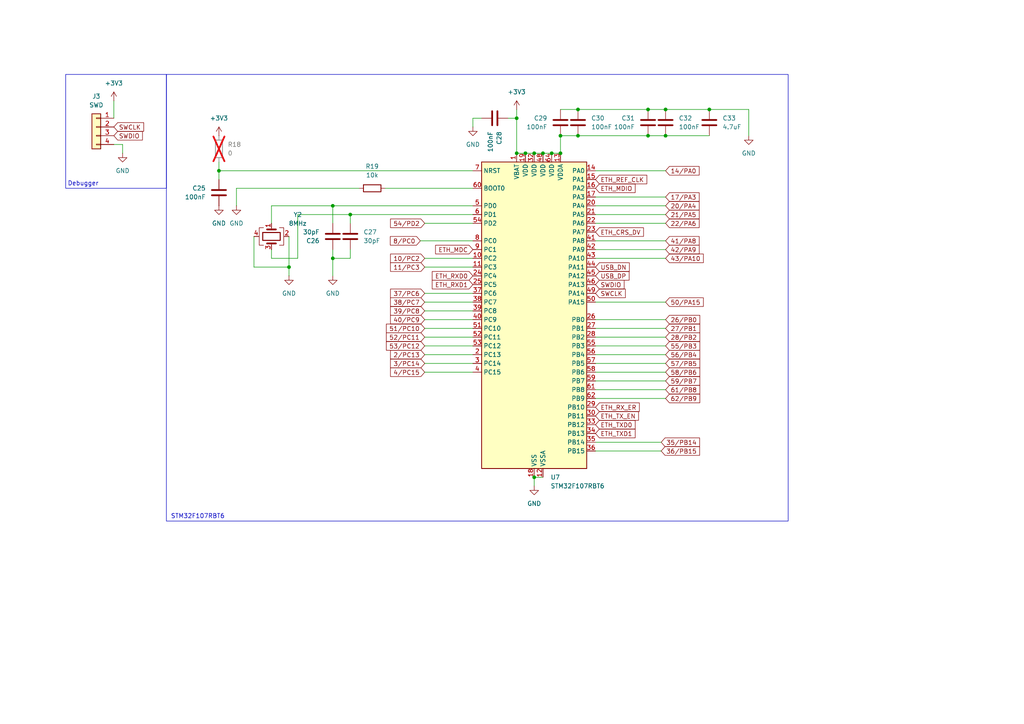
<source format=kicad_sch>
(kicad_sch (version 20231120) (generator "eeschema") (generator_version "8.0")
  (paper "A4")
  (lib_symbols
    (symbol "Connector_Generic:Conn_01x04" (pin_names (offset 1.016) hide)
      (property "Reference" "J" (at 0 5.08 0))
      (property "Value" "Conn_01x04" (at 0 -7.62 0))
      (symbol "Conn_01x04_1_1"
        (rectangle (start -1.27 -4.953) (end 0 -5.207) (stroke (width 0.1524)))
        (rectangle (start -1.27 -2.413) (end 0 -2.667) (stroke (width 0.1524)))
        (rectangle (start -1.27 0.127) (end 0 -0.127) (stroke (width 0.1524)))
        (rectangle (start -1.27 2.667) (end 0 2.413) (stroke (width 0.1524)))
        (rectangle (start -1.27 3.81) (end 1.27 -6.35) (stroke (width 0.254)) (fill (type background)))
        (pin passive line (at -5.08 2.54 0) (length 3.81) (name "Pin_1") (number "1"))
        (pin passive line (at -5.08 0 0) (length 3.81) (name "Pin_2") (number "2"))
        (pin passive line (at -5.08 -2.54 0) (length 3.81) (name "Pin_3") (number "3"))
        (pin passive line (at -5.08 -5.08 0) (length 3.81) (name "Pin_4") (number "4"))
      )
    )
    (symbol "Device:C" (pin_numbers hide) (pin_names (offset 0.254))
      (property "Reference" "C" (at 0.635 2.54 0))
      (property "Value" "C" (at 0.635 -2.54 0))
      (symbol "C_0_1"
        (polyline (pts (xy -2.032 -0.762) (xy 2.032 -0.762)) (stroke (width 0.508)))
        (polyline (pts (xy -2.032 0.762) (xy 2.032 0.762)) (stroke (width 0.508)))
      )
      (symbol "C_1_1"
        (pin passive line (at 0 3.81 270) (length 2.794) (name "~") (number "1"))
        (pin passive line (at 0 -3.81 90) (length 2.794) (name "~") (number "2"))
      )
    )
    (symbol "Device:Crystal_GND24" (pin_names (offset 1.016) hide)
      (property "Reference" "Y" (at 3.175 5.08 0))
      (property "Value" "Crystal_GND24" (at 3.175 3.175 0))
      (symbol "Crystal_GND24_0_1"
        (rectangle (start -1.143 2.54) (end 1.143 -2.54) (stroke (width 0.3048)))
        (polyline (pts (xy -2.54 0) (xy -2.032 0)))
        (polyline (pts (xy -2.032 -1.27) (xy -2.032 1.27)) (stroke (width 0.508)))
        (polyline (pts (xy 0 -3.81) (xy 0 -3.556)))
        (polyline (pts (xy 0 3.556) (xy 0 3.81)))
        (polyline (pts (xy 2.032 -1.27) (xy 2.032 1.27)) (stroke (width 0.508)))
        (polyline (pts (xy 2.032 0) (xy 2.54 0)))
        (polyline (pts (xy -2.54 -2.286) (xy -2.54 -3.556) (xy 2.54 -3.556) (xy 2.54 -2.286)))
        (polyline (pts (xy -2.54 2.286) (xy -2.54 3.556) (xy 2.54 3.556) (xy 2.54 2.286)))
      )
      (symbol "Crystal_GND24_1_1"
        (pin passive line (at -3.81 0 0) (length 1.27) (name "1") (number "1"))
        (pin passive line (at 0 5.08 270) (length 1.27) (name "2") (number "2"))
        (pin passive line (at 3.81 0 180) (length 1.27) (name "3") (number "3"))
        (pin passive line (at 0 -5.08 90) (length 1.27) (name "4") (number "4"))
      )
    )
    (symbol "Device:R" (pin_numbers hide) (pin_names (offset 0))
      (property "Reference" "R" (at 2.032 0 90))
      (property "Value" "R" (at 0 0 90))
      (symbol "R_0_1"
        (rectangle (start -1.016 -2.54) (end 1.016 2.54) (stroke (width 0.254)))
      )
      (symbol "R_1_1"
        (pin passive line (at 0 3.81 270) (length 1.27) (name "~") (number "1"))
        (pin passive line (at 0 -3.81 90) (length 1.27) (name "~") (number "2"))
      )
    )
    (symbol "MCU_ST_STM32F1:STM32F107RBTx"
      (property "Reference" "U" (at -15.24 46.99 0))
      (property "Value" "STM32F107RBTx" (at 10.16 46.99 0))
      (symbol "STM32F107RBTx_0_1"
        (rectangle (start -15.24 -43.18) (end 15.24 45.72) (stroke (width 0.254)) (fill (type background)))
      )
      (symbol "STM32F107RBTx_1_1"
        (pin power_in line (at -5.08 48.26 270) (length 2.54) (name "VBAT") (number "1"))
        (pin bidirectional line (at -17.78 17.78 0) (length 2.54) (name "PC2") (number "10"))
        (pin bidirectional line (at -17.78 15.24 0) (length 2.54) (name "PC3") (number "11"))
        (pin power_in line (at 2.54 -45.72 90) (length 2.54) (name "VSSA") (number "12"))
        (pin power_in line (at 7.62 48.26 270) (length 2.54) (name "VDDA") (number "13"))
        (pin bidirectional line (at 17.78 43.18 180) (length 2.54) (name "PA0") (number "14"))
        (pin bidirectional line (at 17.78 40.64 180) (length 2.54) (name "PA1") (number "15"))
        (pin bidirectional line (at 17.78 38.1 180) (length 2.54) (name "PA2") (number "16"))
        (pin bidirectional line (at 17.78 35.56 180) (length 2.54) (name "PA3") (number "17"))
        (pin power_in line (at 0 -45.72 90) (length 2.54) (name "VSS") (number "18"))
        (pin power_in line (at -2.54 48.26 270) (length 2.54) (name "VDD") (number "19"))
        (pin bidirectional line (at -17.78 -10.16 0) (length 2.54) (name "PC13") (number "2"))
        (pin bidirectional line (at 17.78 33.02 180) (length 2.54) (name "PA4") (number "20"))
        (pin bidirectional line (at 17.78 30.48 180) (length 2.54) (name "PA5") (number "21"))
        (pin bidirectional line (at 17.78 27.94 180) (length 2.54) (name "PA6") (number "22"))
        (pin bidirectional line (at 17.78 25.4 180) (length 2.54) (name "PA7") (number "23"))
        (pin bidirectional line (at -17.78 12.7 0) (length 2.54) (name "PC4") (number "24"))
        (pin bidirectional line (at -17.78 10.16 0) (length 2.54) (name "PC5") (number "25"))
        (pin bidirectional line (at 17.78 0 180) (length 2.54) (name "PB0") (number "26"))
        (pin bidirectional line (at 17.78 -2.54 180) (length 2.54) (name "PB1") (number "27"))
        (pin bidirectional line (at 17.78 -5.08 180) (length 2.54) (name "PB2") (number "28"))
        (pin bidirectional line (at 17.78 -25.4 180) (length 2.54) (name "PB10") (number "29"))
        (pin bidirectional line (at -17.78 -12.7 0) (length 2.54) (name "PC14") (number "3"))
        (pin bidirectional line (at 17.78 -27.94 180) (length 2.54) (name "PB11") (number "30"))
        (pin passive line (at 0 -45.72 90) (length 2.54) hide (name "VSS") (number "31"))
        (pin power_in line (at 0 48.26 270) (length 2.54) (name "VDD") (number "32"))
        (pin bidirectional line (at 17.78 -30.48 180) (length 2.54) (name "PB12") (number "33"))
        (pin bidirectional line (at 17.78 -33.02 180) (length 2.54) (name "PB13") (number "34"))
        (pin bidirectional line (at 17.78 -35.56 180) (length 2.54) (name "PB14") (number "35"))
        (pin bidirectional line (at 17.78 -38.1 180) (length 2.54) (name "PB15") (number "36"))
        (pin bidirectional line (at -17.78 7.62 0) (length 2.54) (name "PC6") (number "37"))
        (pin bidirectional line (at -17.78 5.08 0) (length 2.54) (name "PC7") (number "38"))
        (pin bidirectional line (at -17.78 2.54 0) (length 2.54) (name "PC8") (number "39"))
        (pin bidirectional line (at -17.78 -15.24 0) (length 2.54) (name "PC15") (number "4"))
        (pin bidirectional line (at -17.78 0 0) (length 2.54) (name "PC9") (number "40"))
        (pin bidirectional line (at 17.78 22.86 180) (length 2.54) (name "PA8") (number "41"))
        (pin bidirectional line (at 17.78 20.32 180) (length 2.54) (name "PA9") (number "42"))
        (pin bidirectional line (at 17.78 17.78 180) (length 2.54) (name "PA10") (number "43"))
        (pin bidirectional line (at 17.78 15.24 180) (length 2.54) (name "PA11") (number "44"))
        (pin bidirectional line (at 17.78 12.7 180) (length 2.54) (name "PA12") (number "45"))
        (pin bidirectional line (at 17.78 10.16 180) (length 2.54) (name "PA13") (number "46"))
        (pin passive line (at 0 -45.72 90) (length 2.54) hide (name "VSS") (number "47"))
        (pin power_in line (at 2.54 48.26 270) (length 2.54) (name "VDD") (number "48"))
        (pin bidirectional line (at 17.78 7.62 180) (length 2.54) (name "PA14") (number "49"))
        (pin bidirectional line (at -17.78 33.02 0) (length 2.54) (name "PD0") (number "5"))
        (pin bidirectional line (at 17.78 5.08 180) (length 2.54) (name "PA15") (number "50"))
        (pin bidirectional line (at -17.78 -2.54 0) (length 2.54) (name "PC10") (number "51"))
        (pin bidirectional line (at -17.78 -5.08 0) (length 2.54) (name "PC11") (number "52"))
        (pin bidirectional line (at -17.78 -7.62 0) (length 2.54) (name "PC12") (number "53"))
        (pin bidirectional line (at -17.78 27.94 0) (length 2.54) (name "PD2") (number "54"))
        (pin bidirectional line (at 17.78 -7.62 180) (length 2.54) (name "PB3") (number "55"))
        (pin bidirectional line (at 17.78 -10.16 180) (length 2.54) (name "PB4") (number "56"))
        (pin bidirectional line (at 17.78 -12.7 180) (length 2.54) (name "PB5") (number "57"))
        (pin bidirectional line (at 17.78 -15.24 180) (length 2.54) (name "PB6") (number "58"))
        (pin bidirectional line (at 17.78 -17.78 180) (length 2.54) (name "PB7") (number "59"))
        (pin bidirectional line (at -17.78 30.48 0) (length 2.54) (name "PD1") (number "6"))
        (pin input line (at -17.78 38.1 0) (length 2.54) (name "BOOT0") (number "60"))
        (pin bidirectional line (at 17.78 -20.32 180) (length 2.54) (name "PB8") (number "61"))
        (pin bidirectional line (at 17.78 -22.86 180) (length 2.54) (name "PB9") (number "62"))
        (pin passive line (at 0 -45.72 90) (length 2.54) hide (name "VSS") (number "63"))
        (pin power_in line (at 5.08 48.26 270) (length 2.54) (name "VDD") (number "64"))
        (pin input line (at -17.78 43.18 0) (length 2.54) (name "NRST") (number "7"))
        (pin bidirectional line (at -17.78 22.86 0) (length 2.54) (name "PC0") (number "8"))
        (pin bidirectional line (at -17.78 20.32 0) (length 2.54) (name "PC1") (number "9"))
      )
    )
    (symbol "power:+3V3" (power) (pin_numbers hide) (pin_names (offset 0) hide)
      (property "Value" "+3V3" (at 0 3.556 0))
      (symbol "+3V3_0_1"
        (polyline (pts (xy -0.762 1.27) (xy 0 2.54)))
        (polyline (pts (xy 0 0) (xy 0 2.54)))
        (polyline (pts (xy 0 2.54) (xy 0.762 1.27)))
      )
      (symbol "+3V3_1_1"
        (pin power_in line (at 0 0 90) (length 0) (name "~") (number "1"))
      )
    )
    (symbol "power:GND" (power) (pin_numbers hide) (pin_names (offset 0) hide)
      (property "Value" "GND" (at 0 -3.81 0))
      (symbol "GND_0_1"
        (polyline (pts (xy 0 0) (xy 0 -1.27) (xy 1.27 -1.27) (xy 0 -2.54) (xy -1.27 -1.27) (xy 0 -1.27)))
      )
      (symbol "GND_1_1"
        (pin power_in line (at 0 0 270) (length 0) (name "~") (number "1"))
      )
    )
  )
  (junction (at 152.4 44.45))
  (junction (at 63.5 49.53))
  (junction (at 167.64 31.75))
  (junction (at 167.64 39.37))
  (junction (at 157.48 44.45))
  (junction (at 149.86 44.45))
  (junction (at 101.6 62.23))
  (junction (at 83.82 77.47))
  (junction (at 154.94 44.45))
  (junction (at 205.74 31.75))
  (junction (at 187.96 39.37))
  (junction (at 96.52 74.93))
  (junction (at 187.96 31.75))
  (junction (at 160.02 44.45))
  (junction (at 193.04 31.75))
  (junction (at 154.94 138.43))
  (junction (at 149.86 34.29))
  (junction (at 96.52 59.69))
  (junction (at 162.56 39.37))
  (junction (at 162.56 44.45))
  (junction (at 193.04 39.37))
  (wire (pts (xy 147.32 34.29) (xy 149.86 34.29)))
  (wire (pts (xy 193.04 115.57) (xy 172.72 115.57)))
  (wire (pts (xy 193.04 107.95) (xy 172.72 107.95)))
  (wire (pts (xy 193.04 87.63) (xy 172.72 87.63)))
  (wire (pts (xy 86.36 62.23) (xy 86.36 74.93)))
  (wire (pts (xy 123.19 64.77) (xy 137.16 64.77)))
  (wire (pts (xy 123.19 85.09) (xy 137.16 85.09)))
  (wire (pts (xy 123.19 105.41) (xy 137.16 105.41)))
  (wire (pts (xy 162.56 31.75) (xy 167.64 31.75)))
  (wire (pts (xy 121.92 69.85) (xy 137.16 69.85)))
  (wire (pts (xy 191.77 128.27) (xy 172.72 128.27)))
  (wire (pts (xy 86.36 74.93) (xy 78.74 74.93)))
  (wire (pts (xy 162.56 39.37) (xy 162.56 44.45)))
  (wire (pts (xy 78.74 59.69) (xy 78.74 64.77)))
  (wire (pts (xy 137.16 36.83) (xy 137.16 34.29)))
  (wire (pts (xy 193.04 100.33) (xy 172.72 100.33)))
  (wire (pts (xy 86.36 62.23) (xy 101.6 62.23)))
  (wire (pts (xy 63.5 52.07) (xy 63.5 49.53)))
  (wire (pts (xy 193.04 64.77) (xy 172.72 64.77)))
  (wire (pts (xy 68.58 59.69) (xy 68.58 54.61)))
  (wire (pts (xy 123.19 77.47) (xy 137.16 77.47)))
  (wire (pts (xy 33.02 29.21) (xy 33.02 34.29)))
  (wire (pts (xy 63.5 49.53) (xy 137.16 49.53)))
  (wire (pts (xy 191.77 130.81) (xy 172.72 130.81)))
  (wire (pts (xy 83.82 77.47) (xy 83.82 80.01)))
  (wire (pts (xy 101.6 62.23) (xy 101.6 64.77)))
  (wire (pts (xy 123.19 97.79) (xy 137.16 97.79)))
  (wire (pts (xy 137.16 34.29) (xy 139.7 34.29)))
  (wire (pts (xy 162.56 39.37) (xy 167.64 39.37)))
  (wire (pts (xy 101.6 62.23) (xy 137.16 62.23)))
  (wire (pts (xy 193.04 97.79) (xy 172.72 97.79)))
  (wire (pts (xy 35.56 41.91) (xy 35.56 44.45)))
  (wire (pts (xy 149.86 44.45) (xy 152.4 44.45)))
  (wire (pts (xy 96.52 59.69) (xy 137.16 59.69)))
  (wire (pts (xy 193.04 95.25) (xy 172.72 95.25)))
  (wire (pts (xy 193.04 59.69) (xy 172.72 59.69)))
  (wire (pts (xy 187.96 39.37) (xy 193.04 39.37)))
  (wire (pts (xy 123.19 95.25) (xy 137.16 95.25)))
  (wire (pts (xy 193.04 113.03) (xy 172.72 113.03)))
  (wire (pts (xy 193.04 49.53) (xy 172.72 49.53)))
  (wire (pts (xy 96.52 74.93) (xy 101.6 74.93)))
  (wire (pts (xy 167.64 31.75) (xy 187.96 31.75)))
  (wire (pts (xy 123.19 92.71) (xy 137.16 92.71)))
  (wire (pts (xy 123.19 107.95) (xy 137.16 107.95)))
  (wire (pts (xy 123.19 90.17) (xy 137.16 90.17)))
  (wire (pts (xy 152.4 44.45) (xy 154.94 44.45)))
  (wire (pts (xy 193.04 57.15) (xy 172.72 57.15)))
  (wire (pts (xy 63.5 46.99) (xy 63.5 49.53)))
  (wire (pts (xy 96.52 72.39) (xy 96.52 74.93)))
  (wire (pts (xy 193.04 74.93) (xy 172.72 74.93)))
  (wire (pts (xy 73.66 77.47) (xy 83.82 77.47)))
  (wire (pts (xy 123.19 102.87) (xy 137.16 102.87)))
  (wire (pts (xy 193.04 39.37) (xy 205.74 39.37)))
  (wire (pts (xy 193.04 92.71) (xy 172.72 92.71)))
  (wire (pts (xy 154.94 138.43) (xy 157.48 138.43)))
  (wire (pts (xy 96.52 74.93) (xy 96.52 80.01)))
  (wire (pts (xy 78.74 59.69) (xy 96.52 59.69)))
  (wire (pts (xy 111.76 54.61) (xy 137.16 54.61)))
  (wire (pts (xy 205.74 31.75) (xy 217.17 31.75)))
  (wire (pts (xy 123.19 100.33) (xy 137.16 100.33)))
  (wire (pts (xy 83.82 68.58) (xy 83.82 77.47)))
  (wire (pts (xy 193.04 69.85) (xy 172.72 69.85)))
  (wire (pts (xy 154.94 44.45) (xy 157.48 44.45)))
  (wire (pts (xy 68.58 54.61) (xy 104.14 54.61)))
  (wire (pts (xy 160.02 44.45) (xy 162.56 44.45)))
  (wire (pts (xy 193.04 72.39) (xy 172.72 72.39)))
  (wire (pts (xy 35.56 41.91) (xy 33.02 41.91)))
  (wire (pts (xy 167.64 39.37) (xy 187.96 39.37)))
  (wire (pts (xy 193.04 110.49) (xy 172.72 110.49)))
  (wire (pts (xy 193.04 62.23) (xy 172.72 62.23)))
  (wire (pts (xy 193.04 31.75) (xy 205.74 31.75)))
  (wire (pts (xy 217.17 39.37) (xy 217.17 31.75)))
  (wire (pts (xy 149.86 31.75) (xy 149.86 34.29)))
  (wire (pts (xy 73.66 68.58) (xy 73.66 77.47)))
  (wire (pts (xy 193.04 105.41) (xy 172.72 105.41)))
  (wire (pts (xy 157.48 44.45) (xy 160.02 44.45)))
  (wire (pts (xy 123.19 74.93) (xy 137.16 74.93)))
  (wire (pts (xy 187.96 31.75) (xy 193.04 31.75)))
  (wire (pts (xy 154.94 138.43) (xy 154.94 140.97)))
  (wire (pts (xy 149.86 34.29) (xy 149.86 44.45)))
  (wire (pts (xy 96.52 59.69) (xy 96.52 64.77)))
  (wire (pts (xy 193.04 102.87) (xy 172.72 102.87)))
  (wire (pts (xy 101.6 74.93) (xy 101.6 72.39)))
  (wire (pts (xy 78.74 74.93) (xy 78.74 72.39)))
  (wire (pts (xy 123.19 87.63) (xy 137.16 87.63)))
  (rectangle (start 19.05 21.59) (end 48.26 54.61))
  (rectangle (start 48.26 21.59) (end 228.6 151.13))
  (text "STM32F107RBT6" (at 49.53 149.86 0) (effects (font (size 1.27 1.27)) (justify left)))
  (text "Debugger" (at 24.13 53.34 0) (effects (font (size 1.27 1.27))))
  (global_label "11{slash}PC3" (shape input) (at 123.19 77.47 180) (property "Intersheetrefs" "${INTERSHEET_REFS}" (effects (hide yes))))
  (global_label "28{slash}PB2" (shape input) (at 193.04 97.79 0) (property "Intersheetrefs" "${INTERSHEET_REFS}" (effects (hide yes))))
  (global_label "SWCLK" (shape input) (at 33.02 36.83 0) (property "Intersheetrefs" "${INTERSHEET_REFS}" (effects (hide yes))))
  (global_label "35{slash}PB14" (shape input) (at 191.77 128.27 0) (property "Intersheetrefs" "${INTERSHEET_REFS}" (effects (hide yes))))
  (global_label "56{slash}PB4" (shape input) (at 193.04 102.87 0) (property "Intersheetrefs" "${INTERSHEET_REFS}" (effects (hide yes))))
  (global_label "27{slash}PB1" (shape input) (at 193.04 95.25 0) (property "Intersheetrefs" "${INTERSHEET_REFS}" (effects (hide yes))))
  (global_label "36{slash}PB15" (shape input) (at 191.77 130.81 0) (property "Intersheetrefs" "${INTERSHEET_REFS}" (effects (hide yes))))
  (global_label "ETH_RXD0" (shape input) (at 137.16 80.01 180) (property "Intersheetrefs" "${INTERSHEET_REFS}" (effects (hide yes))))
  (global_label "38{slash}PC7" (shape input) (at 123.19 87.63 180) (property "Intersheetrefs" "${INTERSHEET_REFS}" (effects (hide yes))))
  (global_label "ETH_MDC" (shape input) (at 137.16 72.39 180) (property "Intersheetrefs" "${INTERSHEET_REFS}" (effects (hide yes))))
  (global_label "26{slash}PB0" (shape input) (at 193.04 92.71 0) (property "Intersheetrefs" "${INTERSHEET_REFS}" (effects (hide yes))))
  (global_label "SWCLK" (shape input) (at 172.72 85.09 0) (property "Intersheetrefs" "${INTERSHEET_REFS}" (effects (hide yes))))
  (global_label "USB_DN" (shape input) (at 172.72 77.47 0) (property "Intersheetrefs" "${INTERSHEET_REFS}" (effects (hide yes))))
  (global_label "41{slash}PA8" (shape input) (at 193.04 69.85 0) (property "Intersheetrefs" "${INTERSHEET_REFS}" (effects (hide yes))))
  (global_label "17{slash}PA3" (shape input) (at 193.04 57.15 0) (property "Intersheetrefs" "${INTERSHEET_REFS}" (effects (hide yes))))
  (global_label "42{slash}PA9" (shape input) (at 193.04 72.39 0) (property "Intersheetrefs" "${INTERSHEET_REFS}" (effects (hide yes))))
  (global_label "59{slash}PB7" (shape input) (at 193.04 110.49 0) (property "Intersheetrefs" "${INTERSHEET_REFS}" (effects (hide yes))))
  (global_label "SWDIO" (shape input) (at 172.72 82.55 0) (property "Intersheetrefs" "${INTERSHEET_REFS}" (effects (hide yes))))
  (global_label "40{slash}PC9" (shape input) (at 123.19 92.71 180) (property "Intersheetrefs" "${INTERSHEET_REFS}" (effects (hide yes))))
  (global_label "10{slash}PC2" (shape input) (at 123.19 74.93 180) (property "Intersheetrefs" "${INTERSHEET_REFS}" (effects (hide yes))))
  (global_label "ETH_TXD0" (shape input) (at 172.72 123.19 0) (property "Intersheetrefs" "${INTERSHEET_REFS}" (effects (hide yes))))
  (global_label "52{slash}PC11" (shape input) (at 123.19 97.79 180) (property "Intersheetrefs" "${INTERSHEET_REFS}" (effects (hide yes))))
  (global_label "39{slash}PC8" (shape input) (at 123.19 90.17 180) (property "Intersheetrefs" "${INTERSHEET_REFS}" (effects (hide yes))))
  (global_label "ETH_RX_ER" (shape input) (at 172.72 118.11 0) (property "Intersheetrefs" "${INTERSHEET_REFS}" (effects (hide yes))))
  (global_label "62{slash}PB9" (shape input) (at 193.04 115.57 0) (property "Intersheetrefs" "${INTERSHEET_REFS}" (effects (hide yes))))
  (global_label "57{slash}PB5" (shape input) (at 193.04 105.41 0) (property "Intersheetrefs" "${INTERSHEET_REFS}" (effects (hide yes))))
  (global_label "43{slash}PA10" (shape input) (at 193.04 74.93 0) (property "Intersheetrefs" "${INTERSHEET_REFS}" (effects (hide yes))))
  (global_label "ETH_CRS_DV" (shape input) (at 172.72 67.31 0) (property "Intersheetrefs" "${INTERSHEET_REFS}" (effects (hide yes))))
  (global_label "2{slash}PC13" (shape input) (at 123.19 102.87 180) (property "Intersheetrefs" "${INTERSHEET_REFS}" (effects (hide yes))))
  (global_label "20{slash}PA4" (shape input) (at 193.04 59.69 0) (property "Intersheetrefs" "${INTERSHEET_REFS}" (effects (hide yes))))
  (global_label "21{slash}PA5" (shape input) (at 193.04 62.23 0) (property "Intersheetrefs" "${INTERSHEET_REFS}" (effects (hide yes))))
  (global_label "ETH_MDIO" (shape input) (at 172.72 54.61 0) (property "Intersheetrefs" "${INTERSHEET_REFS}" (effects (hide yes))))
  (global_label "8{slash}PC0" (shape input) (at 121.92 69.85 180) (property "Intersheetrefs" "${INTERSHEET_REFS}" (effects (hide yes))))
  (global_label "ETH_RXD1" (shape input) (at 137.16 82.55 180) (property "Intersheetrefs" "${INTERSHEET_REFS}" (effects (hide yes))))
  (global_label "37{slash}PC6" (shape input) (at 123.19 85.09 180) (property "Intersheetrefs" "${INTERSHEET_REFS}" (effects (hide yes))))
  (global_label "55{slash}PB3" (shape input) (at 193.04 100.33 0) (property "Intersheetrefs" "${INTERSHEET_REFS}" (effects (hide yes))))
  (global_label "ETH_TXD1" (shape input) (at 172.72 125.73 0) (property "Intersheetrefs" "${INTERSHEET_REFS}" (effects (hide yes))))
  (global_label "14{slash}PA0" (shape input) (at 193.04 49.53 0) (property "Intersheetrefs" "${INTERSHEET_REFS}" (effects (hide yes))))
  (global_label "ETH_REF_CLK" (shape input) (at 172.72 52.07 0) (property "Intersheetrefs" "${INTERSHEET_REFS}" (effects (hide yes))))
  (global_label "51{slash}PC10" (shape input) (at 123.19 95.25 180) (property "Intersheetrefs" "${INTERSHEET_REFS}" (effects (hide yes))))
  (global_label "USB_DP" (shape input) (at 172.72 80.01 0) (property "Intersheetrefs" "${INTERSHEET_REFS}" (effects (hide yes))))
  (global_label "58{slash}PB6" (shape input) (at 193.04 107.95 0) (property "Intersheetrefs" "${INTERSHEET_REFS}" (effects (hide yes))))
  (global_label "3{slash}PC14" (shape input) (at 123.19 105.41 180) (property "Intersheetrefs" "${INTERSHEET_REFS}" (effects (hide yes))))
  (global_label "54{slash}PD2" (shape input) (at 123.19 64.77 180) (property "Intersheetrefs" "${INTERSHEET_REFS}" (effects (hide yes))))
  (global_label "ETH_TX_EN" (shape input) (at 172.72 120.65 0) (property "Intersheetrefs" "${INTERSHEET_REFS}" (effects (hide yes))))
  (global_label "4{slash}PC15" (shape input) (at 123.19 107.95 180) (property "Intersheetrefs" "${INTERSHEET_REFS}" (effects (hide yes))))
  (global_label "22{slash}PA6" (shape input) (at 193.04 64.77 0) (property "Intersheetrefs" "${INTERSHEET_REFS}" (effects (hide yes))))
  (global_label "50{slash}PA15" (shape input) (at 193.04 87.63 0) (property "Intersheetrefs" "${INTERSHEET_REFS}" (effects (hide yes))))
  (global_label "SWDIO" (shape input) (at 33.02 39.37 0) (property "Intersheetrefs" "${INTERSHEET_REFS}" (effects (hide yes))))
  (global_label "61{slash}PB8" (shape input) (at 193.04 113.03 0) (property "Intersheetrefs" "${INTERSHEET_REFS}" (effects (hide yes))))
  (global_label "53{slash}PC12" (shape input) (at 123.19 100.33 180) (property "Intersheetrefs" "${INTERSHEET_REFS}" (effects (hide yes))))
  (symbol (lib_id "Connector_Generic:Conn_01x04") (at 27.94 36.83 0) (mirror y) (unit 1)
    (property "Reference" "J3" (at 27.94 27.94 0))
    (property "Value" "SWD" (at 27.94 30.48 0))
    (property "Footprint" "Connector_PinHeader_2.54mm:PinHeader_1x04_P2.54mm_Vertical" (effects (hide yes)))
    (property "Description" "Generic connector, single row, 01x04, script generated (kicad-library-utils/schlib/autogen/connector/)" (effects (hide yes)))
  )
  (symbol (lib_id "power:GND") (at 83.82 80.01 0) (unit 1)
    (property "Reference" "#PWR037" (effects (hide yes)))
    (property "Value" "GND" (at 83.82 85.09 0))
    (property "Description" "Power symbol creates a global label with name \"GND\" , ground" (effects (hide yes)))
  )
  (symbol (lib_id "Device:C") (at 167.64 35.56 0) (unit 1)
    (property "Reference" "C30" (at 171.45 34.2899 0) (effects (justify left)))
    (property "Value" "100nF" (at 171.45 36.8299 0) (effects (justify left)))
    (property "Footprint" "Capacitor_SMD:C_0603_1608Metric" (effects (hide yes)))
    (property "Description" "Unpolarized capacitor" (effects (hide yes)))
  )
  (symbol (lib_id "power:+3V3") (at 149.86 31.75 0) (unit 1)
    (property "Reference" "#PWR040" (effects (hide yes)))
    (property "Value" "+3V3" (at 149.86 26.67 0))
    (property "Description" "Power symbol creates a global label with name \"+3V3\"" (effects (hide yes)))
  )
  (symbol (lib_id "Device:Crystal_GND24") (at 78.74 68.58 270) (unit 1)
    (property "Reference" "Y2" (at 86.36 62.2614 90))
    (property "Value" "8MHz" (at 86.36 64.8014 90))
    (property "Footprint" "Crystal:Crystal_SMD_3225-4Pin_3.2x2.5mm" (effects (hide yes)))
    (property "Description" "Four pin crystal, GND on pins 2 and 4" (effects (hide yes)))
  )
  (symbol (lib_id "power:GND") (at 96.52 80.01 0) (unit 1)
    (property "Reference" "#PWR038" (effects (hide yes)))
    (property "Value" "GND" (at 96.52 85.09 0))
    (property "Description" "Power symbol creates a global label with name \"GND\" , ground" (effects (hide yes)))
  )
  (symbol (lib_id "Device:C") (at 101.6 68.58 0) (unit 1)
    (property "Reference" "C27" (at 105.41 67.3099 0) (effects (justify left)))
    (property "Value" "30pF" (at 105.41 69.8499 0) (effects (justify left)))
    (property "Footprint" "Capacitor_SMD:C_0603_1608Metric" (effects (hide yes)))
    (property "Description" "Unpolarized capacitor" (effects (hide yes)))
  )
  (symbol (lib_id "Device:C") (at 162.56 35.56 0) (mirror y) (unit 1)
    (property "Reference" "C29" (at 158.75 34.2899 0) (effects (justify left)))
    (property "Value" "100nF" (at 158.75 36.8299 0) (effects (justify left)))
    (property "Footprint" "Capacitor_SMD:C_0603_1608Metric" (effects (hide yes)))
    (property "Description" "Unpolarized capacitor" (effects (hide yes)))
  )
  (symbol (lib_id "Device:R") (at 63.5 43.18 0) (unit 1) (in_bom no) (on_board no) (dnp yes)
    (property "Reference" "R18" (at 66.04 41.9099 0) (effects (justify left)))
    (property "Value" "0" (at 66.04 44.4499 0) (effects (justify left)))
    (property "Footprint" "Resistor_SMD:R_0603_1608Metric" (effects (hide yes)))
    (property "Description" "Resistor" (effects (hide yes)))
  )
  (symbol (lib_id "Device:R") (at 107.95 54.61 90) (unit 1)
    (property "Reference" "R19" (at 107.95 48.26 90))
    (property "Value" "10k" (at 107.95 50.8 90))
    (property "Footprint" "Resistor_SMD:R_0603_1608Metric" (effects (hide yes)))
    (property "Description" "Resistor" (effects (hide yes)))
  )
  (symbol (lib_id "power:+3V3") (at 63.5 39.37 0) (unit 1)
    (property "Reference" "#PWR034" (effects (hide yes)))
    (property "Value" "+3V3" (at 63.5 34.29 0))
    (property "Description" "Power symbol creates a global label with name \"+3V3\"" (effects (hide yes)))
  )
  (symbol (lib_id "power:GND") (at 154.94 140.97 0) (unit 1)
    (property "Reference" "#PWR041" (effects (hide yes)))
    (property "Value" "GND" (at 154.94 146.05 0))
    (property "Description" "Power symbol creates a global label with name \"GND\" , ground" (effects (hide yes)))
  )
  (symbol (lib_id "power:+3V3") (at 33.02 29.21 0) (unit 1)
    (property "Reference" "#PWR032" (effects (hide yes)))
    (property "Value" "+3V3" (at 33.02 24.13 0))
    (property "Description" "Power symbol creates a global label with name \"+3V3\"" (effects (hide yes)))
  )
  (symbol (lib_id "power:GND") (at 137.16 36.83 0) (unit 1)
    (property "Reference" "#PWR039" (effects (hide yes)))
    (property "Value" "GND" (at 137.16 41.91 0))
    (property "Description" "Power symbol creates a global label with name \"GND\" , ground" (effects (hide yes)))
  )
  (symbol (lib_id "MCU_ST_STM32F1:STM32F107RBTx") (at 154.94 92.71 0) (unit 1)
    (property "Reference" "U7" (at 159.6741 138.43 0) (effects (justify left)))
    (property "Value" "STM32F107RBT6" (at 159.6741 140.97 0) (effects (justify left)))
    (property "Footprint" "Package_QFP:LQFP-64_10x10mm_P0.5mm" (effects (hide yes)))
    (property "Datasheet" "https://www.st.com/resource/en/datasheet/stm32f107rb.pdf" (effects (hide yes)))
    (property "Description" "STMicroelectronics Arm Cortex-M3 MCU, 128KB flash, 64KB RAM, 72 MHz, 2.0-3.6V, 51 GPIO, LQFP64" (effects (hide yes)))
  )
  (symbol (lib_id "Device:C") (at 187.96 35.56 0) (mirror y) (unit 1)
    (property "Reference" "C31" (at 184.15 34.2899 0) (effects (justify left)))
    (property "Value" "100nF" (at 184.15 36.8299 0) (effects (justify left)))
    (property "Footprint" "Capacitor_SMD:C_0603_1608Metric" (effects (hide yes)))
    (property "Description" "Unpolarized capacitor" (effects (hide yes)))
  )
  (symbol (lib_id "Device:C") (at 193.04 35.56 0) (unit 1)
    (property "Reference" "C32" (at 196.85 34.2899 0) (effects (justify left)))
    (property "Value" "100nF" (at 196.85 36.8299 0) (effects (justify left)))
    (property "Footprint" "Capacitor_SMD:C_0603_1608Metric" (effects (hide yes)))
    (property "Description" "Unpolarized capacitor" (effects (hide yes)))
  )
  (symbol (lib_id "power:GND") (at 63.5 59.69 0) (unit 1)
    (property "Reference" "#PWR035" (effects (hide yes)))
    (property "Value" "GND" (at 63.5 64.77 0))
    (property "Description" "Power symbol creates a global label with name \"GND\" , ground" (effects (hide yes)))
  )
  (symbol (lib_id "power:GND") (at 217.17 39.37 0) (mirror y) (unit 1)
    (property "Reference" "#PWR043" (effects (hide yes)))
    (property "Value" "GND" (at 217.17 44.45 0))
    (property "Description" "Power symbol creates a global label with name \"GND\" , ground" (effects (hide yes)))
  )
  (symbol (lib_id "Device:C") (at 96.52 68.58 180) (unit 1)
    (property "Reference" "C26" (at 92.71 69.8501 0) (effects (justify left)))
    (property "Value" "30pF" (at 92.71 67.3101 0) (effects (justify left)))
    (property "Footprint" "Capacitor_SMD:C_0603_1608Metric" (effects (hide yes)))
    (property "Description" "Unpolarized capacitor" (effects (hide yes)))
  )
  (symbol (lib_id "power:GND") (at 35.56 44.45 0) (mirror y) (unit 1)
    (property "Reference" "#PWR033" (effects (hide yes)))
    (property "Value" "GND" (at 35.56 49.53 0))
    (property "Description" "Power symbol creates a global label with name \"GND\" , ground" (effects (hide yes)))
  )
  (symbol (lib_id "power:GND") (at 68.58 59.69 0) (unit 1)
    (property "Reference" "#PWR036" (effects (hide yes)))
    (property "Value" "GND" (at 68.58 64.77 0))
    (property "Description" "Power symbol creates a global label with name \"GND\" , ground" (effects (hide yes)))
  )
  (symbol (lib_id "Device:C") (at 205.74 35.56 0) (unit 1)
    (property "Reference" "C33" (at 209.55 34.2899 0) (effects (justify left)))
    (property "Value" "4.7uF" (at 209.55 36.8299 0) (effects (justify left)))
    (property "Footprint" "Capacitor_SMD:C_0603_1608Metric" (effects (hide yes)))
    (property "Description" "Unpolarized capacitor" (effects (hide yes)))
  )
  (symbol (lib_id "Device:C") (at 143.51 34.29 270) (unit 1)
    (property "Reference" "C28" (at 144.7801 38.1 0) (effects (justify left)))
    (property "Value" "100nF" (at 142.2401 38.1 0) (effects (justify left)))
    (property "Footprint" "Capacitor_SMD:C_0603_1608Metric" (effects (hide yes)))
    (property "Description" "Unpolarized capacitor" (effects (hide yes)))
  )
  (symbol (lib_id "Device:C") (at 63.5 55.88 0) (mirror y) (unit 1)
    (property "Reference" "C25" (at 59.69 54.6099 0) (effects (justify left)))
    (property "Value" "100nF" (at 59.69 57.1499 0) (effects (justify left)))
    (property "Footprint" "Capacitor_SMD:C_0603_1608Metric" (effects (hide yes)))
    (property "Description" "Unpolarized capacitor" (effects (hide yes)))
  )
)
</source>
